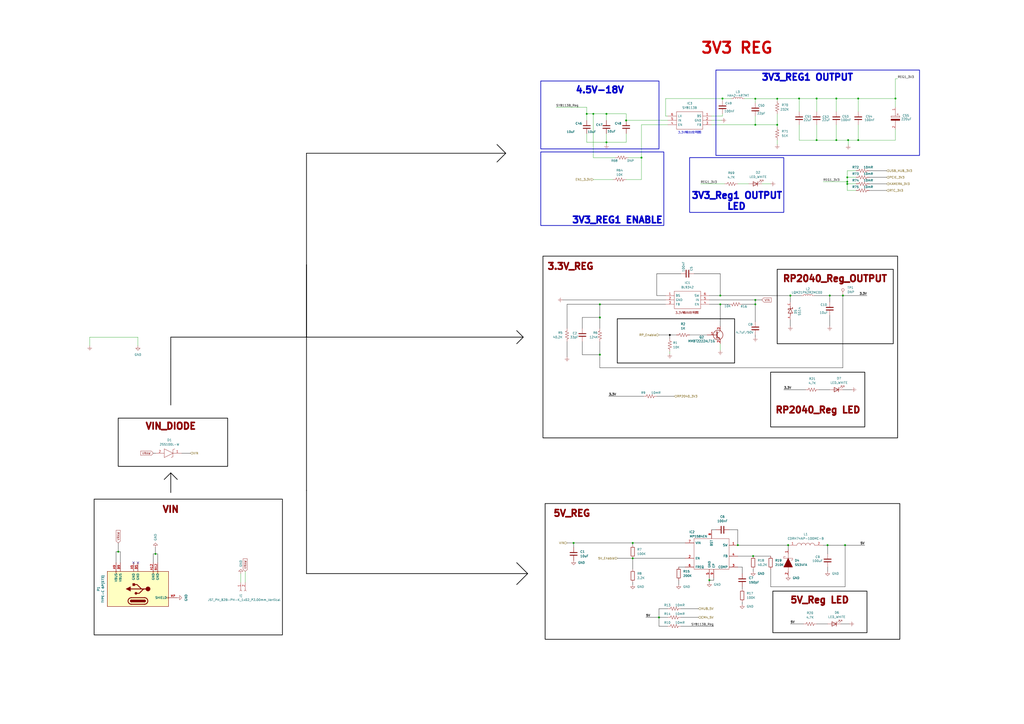
<source format=kicad_sch>
(kicad_sch (version 20250114) (generator "eeschema") (generator_version "9.0")
  (paper "A2")
  (rectangle (start 358.0712 184.912) (end 426.1432 210.566) (stroke (width 0.381) (color 0 0 0 1)))
  (rectangle (start 68.58 242.57) (end 132.08 270.51) (stroke (width 0.381) (color 0 0 0 1)))
  (rectangle (start 447.04 215.9) (end 501.65 247.65) (stroke (width 0.381) (color 0 0 0 1)))
  (rectangle (start 415.29 40.64) (end 533.4 90.17) (stroke (width 0.381)))
  (rectangle (start 313.69 88.138) (end 385.064 130.81) (stroke (width 0.381)))
  (rectangle (start 314.96 148.59) (end 520.7 254) (stroke (width 0.381) (color 0 0 0 1)))
  (rectangle (start 448.31 342.9) (end 502.92 367.03) (stroke (width 0.381) (color 0 0 0 1)))
  (rectangle (start 400.05 91.44) (end 454.66 123.19) (stroke (width 0.381)))
  (rectangle (start 450.85 156.21) (end 518.16 199.39) (stroke (width 0.381) (color 0 0 0 1)))
  (rectangle (start 316.23 292.1) (end 521.97 370.84) (stroke (width 0.381) (color 0 0 0 1)))
  (rectangle (start 54.61 289.56) (end 163.83 368.3) (stroke (width 0.381) (color 0 0 0 1)))
  (rectangle (start 313.69 46.99) (end 382.27 86.36) (stroke (width 0.381)))
  (text "5V_REG" (at 331.724 297.942 0) (effects (font (size 3.81 3.81) (thickness 1.016) (bold yes))))
  (text "RP2040_Reg_OUTPUT\n" (at 484.378 161.798 0) (effects (font (size 3.81 3.81) (thickness 1.016) (bold yes))))
  (text "RP2040_Reg LED\n" (at 474.472 237.998 0) (effects (font (size 3.81 3.81) (thickness 1.016) (bold yes))))
  (text "5V_Reg LED\n" (at 475.488 348.234 0) (effects (font (size 3.81 3.81) (thickness 1.016) (bold yes))))
  (text "3V3_Reg1 OUTPUT" (at 427.482 113.538 0) (effects (font (size 3.81 3.81) (thickness 1.016) (bold yes))))
  (text "3V3_REG1 ENABLE" (at 358.14 127.762 0) (effects (font (size 3.81 3.81) (thickness 1.016) (bold yes))))
  (text "VIN_DIODE\n" (at 99.06 247.396 0) (effects (font (size 3.81 3.81) (thickness 1.016) (bold yes))))
  (text "4.5V-18V\n" (at 347.98 52.324 0) (effects (font (size 3.81 3.81) (thickness 1.016) (bold yes))))
  (text "LED" (at 427.228 119.888 0) (effects (font (size 3.81 3.81) (thickness 1.016) (bold yes))))
  (text "VIN" (at 99.06 295.656 0) (effects (font (size 3.81 3.81) (thickness 1.016) (bold yes))))
  (text "3.3V_REG\n" (at 330.962 154.686 0) (effects (font (size 3.81 3.81) (thickness 1.016) (bold yes))))
  (text "3.3V输出应用图" (at 398.526 181.61 0) (effects (font (size 1.27 1.27))))
  (text "3V3_REG1 OUTPUT\n" (at 468.376 44.958 0) (effects (font (size 3.81 3.81) (thickness 1.016) (bold yes))))
  (text "3.3V输出应用图" (at 400.05 76.962 0) (effects (font (size 1.27 1.27))))
  (text "3V3 REG" (at 427.482 27.94 0) (effects (font (size 6.35 6.35) (bold yes))))
  (junction (at 351.79 66.04))
  (junction (at 491.49 105.41))
  (junction (at 427.99 316.23))
  (junction (at 363.22 69.85))
  (junction (at 457.2 316.23))
  (junction (at 491.49 102.87))
  (junction (at 340.36 66.04))
  (junction (at 450.85 72.39))
  (junction (at 417.83 176.53))
  (junction (at 347.98 176.53))
  (junction (at 491.49 106.68))
  (junction (at 450.85 57.2713))
  (junction (at 438.15 57.2713))
  (junction (at 351.79 82.55))
  (junction (at 485.14 81.28))
  (junction (at 491.998 81.28))
  (junction (at 488.95 171.45))
  (junction (at 419.1 57.15))
  (junction (at 438.15 173.99))
  (junction (at 367.03 323.85))
  (junction (at 367.03 314.96))
  (junction (at 417.83 171.45))
  (junction (at 388.5512 194.31) (color 0 0 0 1))
  (junction (at 438.15 176.53))
  (junction (at 90.17 321.31))
  (junction (at 372.11 91.44))
  (junction (at 481.33 171.45))
  (junction (at 344.17 66.04))
  (junction (at 485.14 57.15))
  (junction (at 473.71 81.28))
  (junction (at 411.48 336.55))
  (junction (at 497.84 81.28))
  (junction (at 438.15 72.39))
  (junction (at 490.22 316.23))
  (junction (at 473.71 57.15))
  (junction (at 458.47 171.45))
  (junction (at 463.55 57.15))
  (junction (at 347.98 205.74))
  (junction (at 68.58 320.04))
  (junction (at 332.74 314.96))
  (junction (at 382.27 358.14))
  (junction (at 519.43 57.15))
  (junction (at 497.84 57.15))
  (junction (at 347.98 184.15))
  (junction (at 480.06 316.23))
  (junction (at 436.88 322.58))
  (no_connect (at 80.01 326.39))
  (no_connect (at 77.47 326.39))
  (wire (pts (xy 411.48 173.99) (xy 438.15 173.99)) (stroke (width 0.1778) (color 0 0 0 1)))
  (wire (pts (xy 139.7 332.74) (xy 139.7 337.82)))
  (wire (pts (xy 419.1 57.15) (xy 424.18 57.15)))
  (wire (pts (xy 382.27 358.14) (xy 382.27 363.22)) (stroke (width 0.1778) (color 0 0 0 1)))
  (wire (pts (xy 438.15 173.99) (xy 438.15 176.53)) (stroke (width 0.1778) (color 0 0 0 1)))
  (wire (pts (xy 52.07 195.58) (xy 80.01 195.58)))
  (wire (pts (xy 142.24 331.47) (xy 142.24 337.82)))
  (wire (pts (xy 363.22 104.14) (xy 372.11 104.14)))
  (wire (pts (xy 394.97 363.22) (xy 414.02 363.22)) (stroke (width 0.1778) (color 0 0 0 1)))
  (wire (pts (xy 427.99 106.68) (xy 434.34 106.68)))
  (wire (pts (xy 438.15 57.2713) (xy 438.15 59.69)))
  (wire (pts (xy 367.03 314.96) (xy 397.51 314.96)) (stroke (width 0.1778) (color 0 0 0 1)))
  (wire (pts (xy 80.01 195.58) (xy 80.01 200.66)))
  (wire (pts (xy 340.36 66.04) (xy 340.36 69.85)))
  (wire (pts (xy 417.83 199.39) (xy 417.83 203.2)))
  (wire (pts (xy 340.36 66.04) (xy 344.17 66.04)))
  (wire (pts (xy 347.98 176.53) (xy 386.08 176.53)) (stroke (width 0.1778) (color 0 0 0 1)))
  (wire (pts (xy 67.31 326.39) (xy 67.31 320.04)) (stroke (width 0.1778) (color 0 0 0 1)))
  (wire (pts (xy 90.17 321.31) (xy 91.44 321.31)) (stroke (width 0.1778) (color 0 0 0 1)))
  (wire (pts (xy 367.03 339.09) (xy 367.03 337.82)) (stroke (width 0.1778) (color 0 0 0 1)))
  (wire (pts (xy 419.1 57.15) (xy 419.1 58.42)))
  (wire (pts (xy 519.43 81.28) (xy 497.84 81.28)))
  (wire (pts (xy 504.19 99.06) (xy 514.35 99.06)) (stroke (width 0.1778) (color 0 0 0 1)))
  (wire (pts (xy 491.998 81.28) (xy 497.84 81.28)))
  (wire (pts (xy 68.58 320.04) (xy 69.85 320.04)) (stroke (width 0.1778) (color 0 0 0 1)))
  (wire (pts (xy 438.15 57.15) (xy 438.15 57.2713)))
  (wire (pts (xy 412.75 307.34) (xy 415.29 307.34)) (stroke (width 0.1778) (color 0 0 0 1)))
  (wire (pts (xy 67.31 320.04) (xy 68.58 320.04)) (stroke (width 0.1778) (color 0 0 0 1)))
  (wire (pts (xy 427.99 322.58) (xy 436.88 322.58)) (stroke (width 0.1778) (color 0 0 0 1)))
  (wire (pts (xy 519.43 62.23) (xy 519.43 57.15)))
  (wire (pts (xy 480.06 316.23) (xy 490.22 316.23)) (stroke (width 0.1778) (color 0 0 0 1)))
  (wire (pts (xy 450.85 57.2713) (xy 438.15 57.2713)))
  (wire (pts (xy 430.53 176.53) (xy 438.15 176.53)) (stroke (width 0.1778) (color 0 0 0 1)))
  (wire (pts (xy 363.22 66.04) (xy 363.22 69.85)))
  (wire (pts (xy 374.65 358.14) (xy 382.27 358.14)) (stroke (width 0.1778) (color 0 0 0 1)))
  (polyline (pts (xy 99.06 274.32) (xy 102.87 278.13)) (stroke (width 0.381) (color 0 0 0 1)))
  (wire (pts (xy 356.87 91.44) (xy 344.17 91.44)))
  (polyline (pts (xy 177.8 195.58) (xy 303.53 195.58)) (stroke (width 0.381) (color 0 0 0 1)))
  (wire (pts (xy 406.4 106.68) (xy 420.37 106.68)))
  (wire (pts (xy 463.55 81.28) (xy 473.71 81.28)))
  (wire (pts (xy 344.17 66.04) (xy 344.17 91.44)))
  (wire (pts (xy 417.83 158.75) (xy 417.83 171.45)) (stroke (width 0.1778) (color 0 0 0 1)))
  (wire (pts (xy 463.55 72.39) (xy 463.55 81.28)))
  (wire (pts (xy 358.14 323.85) (xy 367.03 323.85)) (stroke (width 0.1778) (color 0 0 0 1)))
  (wire (pts (xy 381 229.87) (xy 391.16 229.87)) (stroke (width 0.1778) (color 0 0 0 1)))
  (wire (pts (xy 340.36 82.55) (xy 351.79 82.55)))
  (wire (pts (xy 491.49 106.68) (xy 491.49 110.49)))
  (polyline (pts (xy 299.72 191.77) (xy 303.53 195.58)) (stroke (width 0.381) (color 0 0 0 1)))
  (wire (pts (xy 110.49 262.89) (xy 105.41 262.89)) (stroke (width 0.1778) (color 0 0 0 1)))
  (wire (pts (xy 474.98 226.06) (xy 481.33 226.06)) (stroke (width 0.1778) (color 0 0 0 1)))
  (wire (pts (xy 347.98 205.74) (xy 347.98 213.36)) (stroke (width 0.1778) (color 0 0 0 1)))
  (wire (pts (xy 488.95 171.45) (xy 502.92 171.45)) (stroke (width 0.1778) (color 0 0 0 1)))
  (wire (pts (xy 344.17 66.04) (xy 351.79 66.04)))
  (polyline (pts (xy 177.8 284.48) (xy 177.8 332.74)) (stroke (width 0.381) (color 0 0 0 1)))
  (wire (pts (xy 382.27 353.06) (xy 387.35 353.06)) (stroke (width 0.1778) (color 0 0 0 1)))
  (wire (pts (xy 438.15 173.99) (xy 441.96 173.99)) (stroke (width 0.1778) (color 0 0 0 1)))
  (wire (pts (xy 438.15 72.39) (xy 412.75 72.39)))
  (wire (pts (xy 328.93 176.53) (xy 347.98 176.53)) (stroke (width 0.1778) (color 0 0 0 1)))
  (wire (pts (xy 438.15 194.31) (xy 438.15 195.58)) (stroke (width 0.1778) (color 0 0 0 1)))
  (wire (pts (xy 393.7 339.09) (xy 393.7 336.55)) (stroke (width 0.1778) (color 0 0 0 1)))
  (wire (pts (xy 347.98 184.15) (xy 347.98 190.5)) (stroke (width 0.1778) (color 0 0 0 1)))
  (wire (pts (xy 347.98 213.36) (xy 488.95 213.36)) (stroke (width 0.1778) (color 0 0 0 1)))
  (wire (pts (xy 351.79 66.04) (xy 351.79 69.85)))
  (wire (pts (xy 454.66 226.06) (xy 467.36 226.06)) (stroke (width 0.1778) (color 0 0 0 1)))
  (wire (pts (xy 480.06 321.31) (xy 480.06 316.23)) (stroke (width 0.1778) (color 0 0 0 1)))
  (wire (pts (xy 382.27 353.06) (xy 382.27 358.14)) (stroke (width 0.1778) (color 0 0 0 1)))
  (wire (pts (xy 411.48 171.45) (xy 417.83 171.45)) (stroke (width 0.1778) (color 0 0 0 1)))
  (wire (pts (xy 88.9 321.31) (xy 90.17 321.31)) (stroke (width 0.1778) (color 0 0 0 1)))
  (wire (pts (xy 419.1 67.31) (xy 412.75 67.31)))
  (wire (pts (xy 363.22 69.85) (xy 387.35 69.85)))
  (wire (pts (xy 411.48 336.55) (xy 411.48 335.28)) (stroke (width 0.1778) (color 0 0 0 1)))
  (wire (pts (xy 447.04 340.36) (xy 490.22 340.36)) (stroke (width 0.1778) (color 0 0 0 1)))
  (wire (pts (xy 472.44 171.45) (xy 481.33 171.45)) (stroke (width 0.1778) (color 0 0 0 1)))
  (wire (pts (xy 386.08 67.31) (xy 386.08 57.15)))
  (wire (pts (xy 473.71 57.15) (xy 473.71 64.77)))
  (wire (pts (xy 450.85 72.39) (xy 438.15 72.39)))
  (wire (pts (xy 405.13 358.14) (xy 394.97 358.14)) (stroke (width 0.1778) (color 0 0 0 1)))
  (polyline (pts (xy 299.72 326.39) (xy 306.07 332.74)) (stroke (width 0.381) (color 0 0 0 1)))
  (wire (pts (xy 417.83 176.53) (xy 417.83 189.23)) (stroke (width 0.1778) (color 0 0 0 1)))
  (wire (pts (xy 364.49 91.44) (xy 372.11 91.44)))
  (polyline (pts (xy 99.06 195.58) (xy 177.8 195.58)) (stroke (width 0.381) (color 0 0 0 1)))
  (wire (pts (xy 485.14 57.15) (xy 473.71 57.15)))
  (wire (pts (xy 485.14 81.28) (xy 491.998 81.28)))
  (wire (pts (xy 477.52 105.41) (xy 491.49 105.41)))
  (wire (pts (xy 430.53 328.93) (xy 430.53 332.74)) (stroke (width 0.1778) (color 0 0 0 1)))
  (wire (pts (xy 485.14 72.39) (xy 485.14 81.28)))
  (wire (pts (xy 417.83 176.53) (xy 422.91 176.53)) (stroke (width 0.1778) (color 0 0 0 1)))
  (polyline (pts (xy 99.06 274.32) (xy 99.06 285.75)) (stroke (width 0.381) (color 0 0 0 1)))
  (wire (pts (xy 488.95 226.06) (xy 494.03 226.06)) (stroke (width 0.1778) (color 0 0 0 1)))
  (wire (pts (xy 412.75 69.85) (xy 418.5616 69.85)))
  (wire (pts (xy 388.5512 203.962) (xy 388.5512 205.232)))
  (wire (pts (xy 367.03 323.85) (xy 397.51 323.85)) (stroke (width 0.1778) (color 0 0 0 1)))
  (wire (pts (xy 457.2 318.77) (xy 457.2 316.23)) (stroke (width 0.1778) (color 0 0 0 1)))
  (wire (pts (xy 88.9 262.89) (xy 90.17 262.89)) (stroke (width 0.1778) (color 0 0 0 1)))
  (wire (pts (xy 497.84 57.15) (xy 497.84 64.77)))
  (wire (pts (xy 402.59 158.75) (xy 417.83 158.75)) (stroke (width 0.1778) (color 0 0 0 1)))
  (wire (pts (xy 367.03 316.23) (xy 367.03 314.96)) (stroke (width 0.1778) (color 0 0 0 1)))
  (wire (pts (xy 450.85 58.42) (xy 450.85 57.2713)))
  (wire (pts (xy 427.99 307.34) (xy 427.99 316.23)) (stroke (width 0.1778) (color 0 0 0 1)))
  (wire (pts (xy 367.03 323.85) (xy 367.03 330.2)) (stroke (width 0.1778) (color 0 0 0 1)))
  (wire (pts (xy 347.98 176.53) (xy 347.98 184.15)) (stroke (width 0.1778) (color 0 0 0 1)))
  (wire (pts (xy 322.58 62.23) (xy 340.36 62.23)))
  (wire (pts (xy 382.27 363.22) (xy 387.35 363.22)) (stroke (width 0.1778) (color 0 0 0 1)))
  (wire (pts (xy 473.71 57.15) (xy 463.55 57.15)))
  (wire (pts (xy 337.82 184.15) (xy 337.82 190.5)) (stroke (width 0.1778) (color 0 0 0 1)))
  (wire (pts (xy 501.65 316.23) (xy 490.22 316.23)) (stroke (width 0.1778) (color 0 0 0 1)))
  (wire (pts (xy 363.22 77.47) (xy 363.22 82.55)))
  (wire (pts (xy 372.11 72.39) (xy 372.11 91.44)))
  (wire (pts (xy 427.99 328.93) (xy 430.53 328.93)) (stroke (width 0.1778) (color 0 0 0 1)))
  (wire (pts (xy 332.74 314.96) (xy 367.03 314.96)) (stroke (width 0.1778) (color 0 0 0 1)))
  (wire (pts (xy 473.71 361.95) (xy 480.06 361.95)) (stroke (width 0.1778) (color 0 0 0 1)))
  (wire (pts (xy 351.79 82.55) (xy 363.22 82.55)))
  (wire (pts (xy 430.53 350.52) (xy 430.53 349.25)) (stroke (width 0.1778) (color 0 0 0 1)))
  (wire (pts (xy 450.85 66.04) (xy 450.85 72.39)))
  (wire (pts (xy 340.36 77.47) (xy 340.36 82.55)))
  (wire (pts (xy 504.19 102.87) (xy 514.35 102.87)) (stroke (width 0.1778) (color 0 0 0 1)))
  (wire (pts (xy 438.15 176.53) (xy 438.15 186.69)) (stroke (width 0.1778) (color 0 0 0 1)))
  (wire (pts (xy 381 158.75) (xy 381 171.45)) (stroke (width 0.1778) (color 0 0 0 1)))
  (wire (pts (xy 351.79 66.04) (xy 363.22 66.04)))
  (wire (pts (xy 326.39 173.99) (xy 386.08 173.99)) (stroke (width 0.1778) (color 0 0 0 1)))
  (wire (pts (xy 491.49 99.06) (xy 496.57 99.06)))
  (wire (pts (xy 414.02 335.28) (xy 414.02 336.55)) (stroke (width 0.1778) (color 0 0 0 1)))
  (wire (pts (xy 414.02 336.55) (xy 411.48 336.55)) (stroke (width 0.1778) (color 0 0 0 1)))
  (wire (pts (xy 519.43 57.15) (xy 497.84 57.15)))
  (wire (pts (xy 463.55 57.15) (xy 450.85 57.15)))
  (wire (pts (xy 427.99 316.23) (xy 457.2 316.23)) (stroke (width 0.1778) (color 0 0 0 1)))
  (wire (pts (xy 458.47 175.26) (xy 458.47 171.45)) (stroke (width 0.1778) (color 0 0 0 1)))
  (wire (pts (xy 514.35 106.68) (xy 504.19 106.68)) (stroke (width 0.1778) (color 0 0 0 1)))
  (wire (pts (xy 344.17 104.14) (xy 355.6 104.14)))
  (wire (pts (xy 69.85 326.39) (xy 69.85 320.04)) (stroke (width 0.1778) (color 0 0 0 1)))
  (wire (pts (xy 485.14 57.15) (xy 485.14 64.77)))
  (wire (pts (xy 91.44 326.39) (xy 91.44 321.31)) (stroke (width 0.1778) (color 0 0 0 1)))
  (wire (pts (xy 382.27 194.31) (xy 388.5512 194.31)) (stroke (width 0) (color 0 0 0 1)))
  (wire (pts (xy 477.52 316.23) (xy 480.06 316.23)) (stroke (width 0.1778) (color 0 0 0 1)))
  (wire (pts (xy 417.83 171.45) (xy 458.47 171.45)) (stroke (width 0.1778) (color 0 0 0 1)))
  (wire (pts (xy 381 171.45) (xy 386.08 171.45)) (stroke (width 0.1778) (color 0 0 0 1)))
  (polyline (pts (xy 177.8 88.9) (xy 293.37 88.9)) (stroke (width 0.381) (color 0 0 0 1)))
  (wire (pts (xy 340.36 62.23) (xy 340.36 66.04)))
  (wire (pts (xy 458.47 361.95) (xy 466.09 361.95)) (stroke (width 0.1778) (color 0 0 0 1)))
  (wire (pts (xy 347.98 198.12) (xy 347.98 205.74)) (stroke (width 0.1778) (color 0 0 0 1)))
  (wire (pts (xy 372.11 91.44) (xy 372.11 104.14)))
  (wire (pts (xy 514.35 110.49) (xy 504.19 110.49)) (stroke (width 0.1778) (color 0 0 0 1)))
  (polyline (pts (xy 299.72 339.09) (xy 306.07 332.74)) (stroke (width 0.381) (color 0 0 0 1)))
  (wire (pts (xy 332.74 317.5) (xy 332.74 314.96)) (stroke (width 0.1778) (color 0 0 0 1)))
  (wire (pts (xy 419.1 66.04) (xy 419.1 67.31)))
  (wire (pts (xy 438.15 67.31) (xy 438.15 72.39)))
  (wire (pts (xy 88.9 326.39) (xy 88.9 321.31)) (stroke (width 0.1778) (color 0 0 0 1)))
  (wire (pts (xy 497.84 57.15) (xy 485.14 57.15)))
  (wire (pts (xy 441.96 106.68) (xy 447.04 106.68)))
  (wire (pts (xy 520.7 45.72) (xy 519.43 45.72)))
  (wire (pts (xy 410.21 194.31) (xy 400.05 194.31)) (stroke (width 0) (color 0 0 0 1)))
  (wire (pts (xy 488.95 171.45) (xy 488.95 213.36)) (stroke (width 0.1778) (color 0 0 0 1)))
  (polyline (pts (xy 299.72 199.39) (xy 303.53 195.58)) (stroke (width 0.381) (color 0 0 0 1)))
  (wire (pts (xy 481.33 189.23) (xy 481.33 182.88)) (stroke (width 0.1778) (color 0 0 0 1)))
  (wire (pts (xy 487.68 361.95) (xy 492.76 361.95)) (stroke (width 0.1778) (color 0 0 0 1)))
  (polyline (pts (xy 99.06 195.58) (xy 99.06 208.28)) (stroke (width 0.381) (color 0 0 0 1)))
  (wire (pts (xy 411.48 337.82) (xy 411.48 336.55)) (stroke (width 0.1778) (color 0 0 0 1)))
  (wire (pts (xy 387.35 72.39) (xy 372.11 72.39)))
  (wire (pts (xy 447.04 330.2) (xy 447.04 340.36)) (stroke (width 0.1778) (color 0 0 0 1)))
  (wire (pts (xy 519.43 74.93) (xy 519.43 81.28)))
  (wire (pts (xy 491.49 110.49) (xy 496.57 110.49)))
  (wire (pts (xy 387.35 358.14) (xy 382.27 358.14)) (stroke (width 0.1778) (color 0 0 0 1)))
  (polyline (pts (xy 177.8 195.58) (xy 177.8 284.48)) (stroke (width 0.381) (color 0 0 0 1)))
  (wire (pts (xy 337.82 184.15) (xy 347.98 184.15)) (stroke (width 0.1778) (color 0 0 0 1)))
  (wire (pts (xy 450.85 81.28) (xy 450.85 83.82)))
  (wire (pts (xy 52.07 195.58) (xy 52.07 200.66)))
  (wire (pts (xy 458.47 171.45) (xy 464.82 171.45)) (stroke (width 0.1778) (color 0 0 0 1)))
  (polyline (pts (xy 177.8 88.9) (xy 177.8 153.67)) (stroke (width 0.381) (color 0 0 0 1)))
  (polyline (pts (xy 95.25 278.13) (xy 99.06 274.32)) (stroke (width 0.381) (color 0 0 0 1)))
  (wire (pts (xy 394.97 353.06) (xy 405.13 353.06)) (stroke (width 0.1778) (color 0 0 0 1)))
  (wire (pts (xy 480.06 331.47) (xy 480.06 328.93)) (stroke (width 0.1778) (color 0 0 0 1)))
  (wire (pts (xy 519.43 45.72) (xy 519.43 57.15)))
  (wire (pts (xy 90.17 317.5) (xy 90.17 321.31)) (stroke (width 0.1778) (color 0 0 0 1)))
  (wire (pts (xy 431.8 57.15) (xy 438.15 57.15)))
  (polyline (pts (xy 288.29 93.98) (xy 293.37 88.9)) (stroke (width 0.381) (color 0 0 0 1)))
  (wire (pts (xy 387.35 67.31) (xy 386.08 67.31)))
  (wire (pts (xy 388.5512 194.31) (xy 392.43 194.31)) (stroke (width 0) (color 0 0 0 1)))
  (wire (pts (xy 491.998 81.28) (xy 491.998 84.074)))
  (wire (pts (xy 450.85 57.15) (xy 450.85 57.2713)))
  (wire (pts (xy 388.5512 194.31) (xy 388.5512 196.342)) (stroke (width 0) (color 0 0 0 1)))
  (wire (pts (xy 68.58 320.04) (xy 68.58 314.96)) (stroke (width 0.1778) (color 0 0 0 1)))
  (wire (pts (xy 351.79 77.47) (xy 351.79 82.55)))
  (wire (pts (xy 328.93 176.53) (xy 328.93 190.5)) (stroke (width 0.1778) (color 0 0 0 1)))
  (wire (pts (xy 491.49 106.68) (xy 496.57 106.68)))
  (wire (pts (xy 463.55 57.15) (xy 463.55 64.77)))
  (polyline (pts (xy 177.8 332.74) (xy 306.07 332.74)) (stroke (width 0.381) (color 0 0 0 1)))
  (wire (pts (xy 473.71 81.28) (xy 485.14 81.28)))
  (wire (pts (xy 351.79 83.82) (xy 351.79 82.55)))
  (wire (pts (xy 458.47 185.42) (xy 458.47 189.23)) (stroke (width 0.1778) (color 0 0 0 1)))
  (wire (pts (xy 337.82 205.74) (xy 347.98 205.74)) (stroke (width 0.1778) (color 0 0 0 1)))
  (wire (pts (xy 481.33 171.45) (xy 488.95 171.45)) (stroke (width 0.1778) (color 0 0 0 1)))
  (wire (pts (xy 481.33 171.45) (xy 481.33 175.26)) (stroke (width 0.1778) (color 0 0 0 1)))
  (wire (pts (xy 490.22 340.36) (xy 490.22 316.23)) (stroke (width 0.1778) (color 0 0 0 1)))
  (wire (pts (xy 422.91 307.34) (xy 427.99 307.34)) (stroke (width 0.1778) (color 0 0 0 1)))
  (wire (pts (xy 473.71 72.39) (xy 473.71 81.28)))
  (wire (pts (xy 393.7 328.93) (xy 397.51 328.93)) (stroke (width 0.1778) (color 0 0 0 1)))
  (wire (pts (xy 491.49 105.41) (xy 491.49 106.68)))
  (wire (pts (xy 436.88 331.47) (xy 436.88 330.2)) (stroke (width 0.1778) (color 0 0 0 1)))
  (polyline (pts (xy 99.06 208.28) (xy 99.06 234.95)) (stroke (width 0.381) (color 0 0 0 1)))
  (wire (pts (xy 450.85 73.66) (xy 450.85 72.39)))
  (wire (pts (xy 353.06 229.87) (xy 373.38 229.87)) (stroke (width 0.1778) (color 0 0 0 1)))
  (polyline (pts (xy 177.8 195.58) (xy 177.8 153.67)) (stroke (width 0.381) (color 0 0 0 1)))
  (wire (pts (xy 491.49 102.87) (xy 491.49 105.41)))
  (wire (pts (xy 328.93 314.96) (xy 332.74 314.96)) (stroke (width 0.1778) (color 0 0 0 1)))
  (polyline (pts (xy 288.29 83.82) (xy 293.37 88.9)) (stroke (width 0.381) (color 0 0 0 1)))
  (wire (pts (xy 491.49 99.06) (xy 491.49 102.87)))
  (polyline (pts (xy 177.8 153.67) (xy 177.8 195.58)) (stroke (width 0.381) (color 0 0 0 1)))
  (wire (pts (xy 491.49 102.87) (xy 496.57 102.87)))
  (wire (pts (xy 436.88 322.58) (xy 447.04 322.58)) (stroke (width 0.1778) (color 0 0 0 1)))
  (wire (pts (xy 328.93 198.12) (xy 328.93 207.01)) (stroke (width 0.1778) (color 0 0 0 1)))
  (wire (pts (xy 381 158.75) (xy 394.97 158.75)) (stroke (width 0.1778) (color 0 0 0 1)))
  (wire (pts (xy 497.84 72.39) (xy 497.84 81.28)))
  (wire (pts (xy 337.82 198.12) (xy 337.82 205.74)) (stroke (width 0.1778) (color 0 0 0 1)))
  (wire (pts (xy 411.48 176.53) (xy 417.83 176.53)) (stroke (width 0.1778) (color 0 0 0 1)))
  (wire (pts (xy 430.53 341.63) (xy 430.53 340.36)) (stroke (width 0.1778) (color 0 0 0 1)))
  (wire (pts (xy 386.08 57.15) (xy 419.1 57.15)))
  (label "REG1_3V3" (at 477.52 105.41 0))
  (label "3.3V" (at 502.92 171.45 180) (effects (font (bold yes))))
  (label "3.3V" (at 454.66 226.06 0) (effects (font (bold yes))))
  (label "5V" (at 374.65 358.14 0) (effects (font (bold yes))))
  (label "5V" (at 458.47 361.95 0) (effects (font (bold yes))))
  (label "5V" (at 501.65 316.23 180) (effects (font (bold yes))))
  (label "REG1_3V3" (at 406.4 106.68 0))
  (label "SY8113B_Reg" (at 414.02 363.22 180))
  (label "SY8113B_Reg" (at 322.58 62.23 0))
  (label "3.3V" (at 353.06 229.87 0) (effects (font (bold yes))))
  (label "REG1_3V3" (at 520.7 45.72 0))
  (global_label "VIN" (shape input) (at 441.96 173.99 0) (property "Intersheetrefs" "${INTERSHEET_REFS}" (effects (hide yes))))
  (global_label "VRAW" (shape input) (at 68.58 314.96 90) (property "Intersheetrefs" "${INTERSHEET_REFS}" (effects (hide yes))))
  (global_label "VRAW" (shape input) (at 88.9 262.89 180) (property "Intersheetrefs" "${INTERSHEET_REFS}" (effects (hide yes))))
  (global_label "VRAW" (shape input) (at 142.24 331.47 90) (property "Intersheetrefs" "${INTERSHEET_REFS}" (effects (hide yes))))
  (hierarchical_label "CM4_5V" (shape input) (at 405.13 358.14 0))
  (hierarchical_label "USB_HUB_3V3" (shape input) (at 514.35 99.06 0))
  (hierarchical_label "PCIE_3V3" (shape input) (at 514.35 102.87 0))
  (hierarchical_label "RTC_3V3" (shape input) (at 514.35 110.49 0))
  (hierarchical_label "VIN" (shape input) (at 110.49 262.89 0))
  (hierarchical_label "KAMERA_3V3" (shape input) (at 514.35 106.68 0))
  (hierarchical_label "EN1_3.3V" (shape input) (at 344.17 104.14 180))
  (hierarchical_label "RP2040_3V3" (shape input) (at 391.16 229.87 0))
  (hierarchical_label "5V_Enable" (shape input) (at 358.14 323.85 180))
  (hierarchical_label "RP_Enable" (shape input) (at 382.27 194.31 180))
  (hierarchical_label "VIN" (shape input) (at 328.93 314.96 180))
  (hierarchical_label "HUB_5V" (shape input) (at 405.13 353.06 0))
  (symbol (lib_name "SY8113B_2") (lib_id "SY8113B:SY8113B") (at 386.08 171.45 0) (unit 1)
    (property "Reference" "IC1" (at 398.78 164.084 0))
    (property "Value" "BL9342" (at 398.78 166.624 0))
    (property "Footprint" "Package_TO_SOT_SMD:SOT-23-6" (effects (hide yes)))
    (property "MPN" "BL9342" (effects (hide yes)))
  )
  (symbol (lib_id "power:Earth") (at 492.76 361.95 90) (unit 1)
    (property "Reference" "#PWR022" (effects (hide yes)))
    (property "Value" "Earth" (effects (hide yes)))
    (property "Description" "Power symbol creates a global label with name \"Earth\"" (effects (hide yes)))
  )
  (symbol (lib_id "Connector:USB_C_Plug_USB2.0") (at 80.01 341.63 90) (unit 1)
    (property "Reference" "P1" (at 57.15 341.63 0))
    (property "Value" "TYPE-C 6P(073)" (at 59.69 341.63 0))
    (property "Footprint" "Footprint Library:TYPE-C 6P(073)" (effects (hide yes)))
    (property "Datasheet" "https://www.usb.org/sites/default/files/documents/usb_type-c.zip" (effects (hide yes)))
    (property "Description" "USB 2.0-only Type-C Plug connector" (effects (hide yes)))
  )
  (symbol (lib_id "Device:L") (at 468.63 171.45 270) (mirror x) (unit 1)
    (property "Reference" "L2" (at 468.63 167.64 90))
    (property "Value" "LQM21PN2R2MC0D" (at 468.122 169.672 90))
    (property "Footprint" "Inductor_SMD:L_0805_2012Metric" (effects (hide yes)))
    (property "MPN" "LQM21PN2R2MC0D" (effects (hide yes)))
  )
  (symbol (lib_id "power:Earth") (at 491.998 84.074 0) (unit 1)
    (property "Reference" "#PWR088" (effects (hide yes)))
    (property "Value" "Earth" (effects (hide yes)))
    (property "Description" "Power symbol creates a global label with name \"Earth\"" (effects (hide yes)))
  )
  (symbol (lib_id "Device:LED") (at 483.87 361.95 180) (unit 1)
    (property "Reference" "D6" (at 485.4575 355.346 0))
    (property "Value" "LED_WHITE" (at 485.4575 357.886 0))
    (property "Footprint" "LED_SMD:LED_0603_1608Metric" (effects (hide yes)))
    (property "Description" "Light emitting diode" (effects (hide yes)))
    (property "MPN" "0603 翠绿色 LED" (effects (hide yes)))
  )
  (symbol (lib_id "power:GND") (at 139.7 332.74 180) (unit 1)
    (property "Reference" "#PWR063" (effects (hide yes)))
    (property "Value" "GND" (at 139.6999 328.93 90) (effects (justify right)))
  )
  (symbol (lib_id "Device:C") (at 419.1 62.23 180) (unit 1)
    (property "Reference" "C49" (at 420.624 59.944 0) (effects (justify right)))
    (property "Value" "100nF" (at 420.116 64.516 0) (effects (justify right)))
    (property "Footprint" "Capacitor_SMD:C_0603_1608Metric" (effects (hide yes)))
  )
  (symbol (lib_id "Device:R_US") (at 450.85 62.23 0) (unit 1)
    (property "Reference" "R70" (at 453.39 60.9599 0) (effects (justify left)))
    (property "Value" "232K" (at 452.628 63.5 0) (effects (justify left)))
    (property "Footprint" "Resistor_SMD:R_0603_1608Metric" (effects (hide yes)))
    (property "Description" "Resistor, US symbol" (effects (hide yes)))
    (property "MPN" "FRC0603F2323TS" (effects (hide yes)))
  )
  (symbol (lib_id "Device:R_US") (at 424.18 106.68 90) (unit 1)
    (property "Reference" "R69" (at 424.18 100.33 90))
    (property "Value" "4.7K" (at 424.18 102.87 90))
    (property "Footprint" "Resistor_SMD:R_0603_1608Metric" (effects (hide yes)))
    (property "Description" "Resistor, US symbol" (effects (hide yes)))
  )
  (symbol (lib_id "Device:R_US") (at 426.72 176.53 270) (mirror x) (unit 1)
    (property "Reference" "R16" (at 429.514 177.8 90) (effects (justify left)))
    (property "Value" "10K" (at 420.116 177.546 90) (effects (justify left)))
    (property "Footprint" "Resistor_SMD:R_0603_1608Metric" (effects (hide yes)))
    (property "Description" "Resistor, US symbol" (effects (hide yes)))
  )
  (symbol (lib_id "power:GND") (at 90.17 317.5 180) (unit 1)
    (property "Reference" "#PWR02" (effects (hide yes)))
    (property "Value" "GND" (at 90.1699 313.69 90) (effects (justify right)))
  )
  (symbol (lib_id "Device:R_US") (at 359.41 104.14 90) (unit 1)
    (property "Reference" "R64" (at 359.41 98.806 90))
    (property "Value" "10K" (at 359.41 101.346 90))
    (property "Footprint" "Resistor_SMD:R_0603_1608Metric" (effects (hide yes)))
    (property "Description" "Resistor, US symbol" (effects (hide yes)))
  )
  (symbol (lib_name "MP1584EN_1") (lib_id "MP1584:MP1584EN") (at 397.51 314.96 0) (unit 1)
    (property "Reference" "IC2" (at 401.32 308.61 0))
    (property "Value" "MP1584EN" (at 405.13 311.15 0))
    (property "Footprint" "Footprint Library:MP1584N" (effects (hide yes)))
    (property "Description" "Switching Voltage Regulators 3A 1.5MHz 28V Nonsync Buck" (effects (hide yes)))
    (property "MPN" "MP1584EN" (effects (hide yes)))
  )
  (symbol (lib_id "power:GND") (at 332.74 325.12 0) (unit 1)
    (property "Reference" "#PWR08" (effects (hide yes)))
    (property "Value" "GND" (at 335.28 326.3899 0) (effects (justify left)))
  )
  (symbol (lib_id "power:Earth") (at 388.5512 205.232 0) (unit 1)
    (property "Reference" "#PWR04" (effects (hide yes)))
    (property "Value" "Earth" (effects (hide yes)))
    (property "Description" "Power symbol creates a global label with name \"Earth\"" (effects (hide yes)))
  )
  (symbol (lib_id "CDRH74NP-100MC-B:CDRH74NP-100MC-B") (at 457.2 316.23 0) (unit 1)
    (property "Reference" "L1" (at 467.36 309.88 0))
    (property "Value" "CDRH74NP-100MC-B" (at 467.36 312.42 0))
    (property "Footprint" "Footprint Library:CDRH74NP100MCB" (effects (hide yes)))
    (property "Datasheet" "http://products.sumida.com/products/pdf/CDRH74.pdf" (effects (hide yes)))
    (property "Description" "Fixed Inductors 10uH 1.84A" (effects (hide yes)))
    (property "MPN" "CDRH74NP-100MC-B " (effects (hide yes)))
  )
  (symbol (lib_id "power:Earth") (at 328.93 207.01 0) (mirror y) (unit 1)
    (property "Reference" "#PWR07" (effects (hide yes)))
    (property "Value" "Earth" (effects (hide yes)))
    (property "Description" "Power symbol creates a global label with name \"Earth\"" (effects (hide yes)))
  )
  (symbol (lib_id "UWT1H221MNL1GS:UWT1H221MNL1GS") (at 519.43 62.23 270) (unit 1)
    (property "Reference" "C55" (at 523.494 67.056 90) (effects (justify left)))
    (property "Value" "220uF" (at 522.732 69.088 90) (effects (justify left)))
    (property "Footprint" "Capacitor_SMD:CP_Elec_6.3x5.4" (effects (hide yes)))
    (property "Datasheet" "https://datasheet.lcsc.com/lcsc/2108241130_KNSCHA-RVT220UF16V67RV0015_C2887273.pdf" (effects (hide yes)))
    (property "Description" "Capacitor lytic SMD WT Series 50V 220uF" (effects (hide yes)))
    (property "Height" "7.7" (effects (hide yes)))
    (property "Manufacturer_Part_Number" "RVT1C221M0605" (effects (hide yes)))
    (property "MPN" "RVT1C221M0605" (effects (hide yes)))
  )
  (symbol (lib_id "power:Earth") (at 52.07 200.66 0) (mirror y) (unit 1)
    (property "Reference" "#PWR01" (effects (hide yes)))
    (property "Value" "Earth" (effects (hide yes)))
    (property "Description" "Power symbol creates a global label with name \"Earth\"" (effects (hide yes)))
  )
  (symbol (lib_id "Device:R_US") (at 377.19 229.87 90) (unit 1)
    (property "Reference" "R9" (at 373.126 227.838 90))
    (property "Value" "10mR" (at 380.492 227.838 90))
    (property "Footprint" "Resistor_SMD:R_1206_3216Metric" (effects (hide yes)))
    (property "Description" "Resistor, US symbol" (effects (hide yes)))
  )
  (symbol (lib_id "SS14:SS14") (at 458.47 180.34 270) (mirror x) (unit 1)
    (property "Reference" "D5" (at 461.518 180.848 0))
    (property "Value" "SS14" (at 463.804 180.594 0))
    (property "Footprint" "Footprint Library:SS14" (effects (hide yes)))
  )
  (symbol (lib_id "Device:C") (at 473.71 68.58 180) (unit 1)
    (property "Reference" "C52" (at 477.012 67.818 0) (effects (justify right)))
    (property "Value" "22uF" (at 476.758 69.596 0) (effects (justify right)))
    (property "Footprint" "Capacitor_SMD:C_0603_1608Metric" (effects (hide yes)))
    (property "MPN" "CL10A226MQ8NRNC" (effects (hide yes)))
  )
  (symbol (lib_id "Device:R") (at 393.7 332.74 0) (unit 1)
    (property "Reference" "R15" (at 396.24 331.47 0) (effects (justify left)))
    (property "Value" "200K" (at 396.24 334.01 0) (effects (justify left)))
    (property "Footprint" "Resistor_SMD:R_0603_1608Metric" (effects (hide yes)))
  )
  (symbol (lib_id "power:Earth") (at 481.33 189.23 0) (mirror y) (unit 1)
    (property "Reference" "#PWR021" (effects (hide yes)))
    (property "Value" "Earth" (effects (hide yes)))
    (property "Description" "Power symbol creates a global label with name \"Earth\"" (effects (hide yes)))
  )
  (symbol (lib_id "Connector:Conn_01x02_Socket") (at 139.7 342.9 90) (mirror x) (unit 1)
    (property "Reference" "J1" (at 139.6999 344.4325 0) (effects (justify left)))
    (property "Value" "JST_PH_B2B-PH-K_1x02_P2.00mm_Vertical" (at 162.814 347.98 90) (effects (justify left)))
    (property "Footprint" "Connector_JST:JST_PH_B2B-PH-K_1x02_P2.00mm_Vertical" (effects (hide yes)))
    (property "Description" "Generic connector, single row, 01x02, script generated" (effects (hide yes)))
    (property "MPN" "JST_PH_B2B-PH-K_1x02_P2.00mm_Vertical" (effects (hide yes)))
  )
  (symbol (lib_id "Transistor_BJT:2N3055") (at 415.29 194.31 0) (unit 1)
    (property "Reference" "Q2" (at 405.638 195.58 0) (effects (justify left)))
    (property "Value" "MMBT2222ALT1G" (at 399.034 197.866 0) (effects (justify left)))
    (property "Footprint" "Footprint Library:MMBT2222ALT1G" (effects (hide yes)))
    (property "Datasheet" "https://datasheet.lcsc.com/lcsc/2304140030_onsemi-MMBT2222ALT1G_C82460.pdf" (effects (hide yes)))
    (property "Description" "40V 225mW 100@150mA,10V 600mA NPN SOT-23(TO-236) Bipolar Transistors - BJT ROHS" (effects (hide yes)))
    (property "MPN" "MMBT2222A" (effects (hide yes)))
  )
  (symbol (lib_id "Device:C") (at 363.22 73.66 180) (unit 1)
    (property "Reference" "C48" (at 356.616 71.628 0) (effects (justify right)))
    (property "Value" "10uF" (at 352.298 76.2 0) (effects (justify right)))
    (property "Footprint" "Capacitor_SMD:C_0603_1608Metric" (effects (hide yes)))
  )
  (symbol (lib_id "Device:C") (at 351.79 73.66 180) (unit 1)
    (property "Reference" "C47" (at 345.694 72.39 0) (effects (justify right)))
    (property "Value" "10uF" (at 340.868 76.454 0) (effects (justify right)))
    (property "Footprint" "Capacitor_SMD:C_0603_1608Metric" (effects (hide yes)))
  )
  (symbol (lib_id "Device:R_US") (at 388.5512 200.152 0) (unit 1)
    (property "Reference" "R1" (at 390.3292 198.8819 0) (effects (justify left)))
    (property "Value" "10K" (at 390.3292 201.4219 0) (effects (justify left)))
    (property "Footprint" "Resistor_SMD:R_0603_1608Metric" (effects (hide yes)))
    (property "Description" "Resistor, US symbol" (effects (hide yes)))
  )
  (symbol (lib_id "Device:C") (at 480.06 325.12 0) (unit 1)
    (property "Reference" "C9" (at 472.948 323.088 0) (effects (justify left)))
    (property "Value" "100uF" (at 471.17 325.374 0) (effects (justify left)))
    (property "Footprint" "Footprint Library:C_1206_3216Metric" (effects (hide yes)))
    (property "Description" "Unpolarized capacitor" (effects (hide yes)))
    (property "MPN" "HGC1206R5107M100NSPJ" (effects (hide yes)))
  )
  (symbol (lib_id "power:GND") (at 102.87 346.71 90) (unit 1)
    (property "Reference" "#PWR057" (effects (hide yes)))
    (property "Value" "GND" (at 107.95 346.71 0))
  )
  (symbol (lib_id "Device:R_US") (at 391.16 358.14 90) (unit 1)
    (property "Reference" "R14" (at 387.096 356.108 90))
    (property "Value" "10mR" (at 394.462 356.108 90))
    (property "Footprint" "Resistor_SMD:R_1206_3216Metric" (effects (hide yes)))
    (property "Description" "Resistor, US symbol" (effects (hide yes)))
  )
  (symbol (lib_id "Device:C") (at 438.15 190.5 0) (mirror x) (unit 1)
    (property "Reference" "C8" (at 436.626 188.214 0) (effects (justify right)))
    (property "Value" "4.7uF/50V" (at 437.134 192.786 0) (effects (justify right)))
    (property "Footprint" "Capacitor_SMD:C_0603_1608Metric" (effects (hide yes)))
  )
  (symbol (lib_id "Device:C") (at 497.84 68.58 180) (unit 1)
    (property "Reference" "C54" (at 502.158 67.564 0) (effects (justify right)))
    (property "Value" "100nF" (at 501.396 69.596 0) (effects (justify right)))
    (property "Footprint" "Capacitor_SMD:C_0603_1608Metric" (effects (hide yes)))
  )
  (symbol (lib_id "power:GND") (at 367.03 339.09 0) (unit 1)
    (property "Reference" "#PWR011" (effects (hide yes)))
    (property "Value" "GND" (at 369.57 340.3599 0) (effects (justify left)))
  )
  (symbol (lib_id "Device:R_US") (at 450.85 77.47 0) (unit 1)
    (property "Reference" "R71" (at 453.39 76.1999 0) (effects (justify left)))
    (property "Value" "51K" (at 453.39 78.7399 0) (effects (justify left)))
    (property "Footprint" "Resistor_SMD:R_0603_1608Metric" (effects (hide yes)))
    (property "Description" "Resistor, US symbol" (effects (hide yes)))
    (property "MPN" "0603WAF5102T5E" (effects (hide yes)))
  )
  (symbol (lib_id "power:Earth") (at 326.39 173.99 270) (mirror x) (unit 1)
    (property "Reference" "#PWR06" (effects (hide yes)))
    (property "Value" "Earth" (effects (hide yes)))
    (property "Description" "Power symbol creates a global label with name \"Earth\"" (effects (hide yes)))
  )
  (symbol (lib_id "Device:R") (at 367.03 334.01 0) (unit 1)
    (property "Reference" "R8" (at 369.57 332.74 0) (effects (justify left)))
    (property "Value" "2.2K" (at 369.57 335.28 0) (effects (justify left)))
    (property "Footprint" "Resistor_SMD:R_0603_1608Metric" (effects (hide yes)))
  )
  (symbol (lib_id "Device:C") (at 438.15 63.5 180) (unit 1)
    (property "Reference" "C50" (at 439.674 61.214 0) (effects (justify right)))
    (property "Value" "22pF" (at 439.166 65.786 0) (effects (justify right)))
    (property "Footprint" "Capacitor_SMD:C_0603_1608Metric" (effects (hide yes)))
  )
  (symbol (lib_id "power:GND") (at 480.06 331.47 0) (unit 1)
    (property "Reference" "#PWR020" (effects (hide yes)))
    (property "Value" "GND" (at 482.6 332.7399 0) (effects (justify left)))
  )
  (symbol (lib_id "power:Earth") (at 447.04 106.68 90) (unit 1)
    (property "Reference" "#PWR086" (effects (hide yes)))
    (property "Value" "Earth" (effects (hide yes)))
    (property "Description" "Power symbol creates a global label with name \"Earth\"" (effects (hide yes)))
  )
  (symbol (lib_id "Device:C") (at 481.33 179.07 0) (mirror x) (unit 1)
    (property "Reference" "C10" (at 479.806 176.784 0) (effects (justify right)))
    (property "Value" "10uF" (at 480.314 181.356 0) (effects (justify right)))
    (property "Footprint" "Capacitor_SMD:C_0603_1608Metric" (effects (hide yes)))
  )
  (symbol (lib_id "Device:R_US") (at 500.38 110.49 90) (unit 1)
    (property "Reference" "R75" (at 496.316 108.458 90))
    (property "Value" "10mR" (at 503.682 108.458 90))
    (property "Footprint" "Resistor_SMD:R_1206_3216Metric" (effects (hide yes)))
    (property "Description" "Resistor, US symbol" (effects (hide yes)))
  )
  (symbol (lib_id "Connector:TestPoint") (at 488.95 171.45 0) (unit 1)
    (property "Reference" "TP1" (at 491.49 166.8779 0) (effects (justify left)))
    (property "Value" "DNP" (at 491.49 169.4179 0) (effects (justify left)))
    (property "Footprint" "TestPoint:TestPoint_Pad_1.0x1.0mm" (effects (hide yes)))
    (property "Description" "test point" (effects (hide yes)))
  )
  (symbol (lib_id "power:GND") (at 457.2 334.01 0) (unit 1)
    (property "Reference" "#PWR018" (effects (hide yes)))
    (property "Value" "GND" (at 459.74 335.2799 0) (effects (justify left)))
  )
  (symbol (lib_id "Device:R_US") (at 500.38 102.87 90) (unit 1)
    (property "Reference" "R73" (at 496.316 100.838 90))
    (property "Value" "10mR" (at 503.682 100.838 90))
    (property "Footprint" "Resistor_SMD:R_1206_3216Metric" (effects (hide yes)))
    (property "Description" "Resistor, US symbol" (effects (hide yes)))
  )
  (symbol (lib_id "Device:R_US") (at 469.9 361.95 90) (unit 1)
    (property "Reference" "R20" (at 469.9 355.6 90))
    (property "Value" "4.7K" (at 469.9 358.14 90))
    (property "Footprint" "Resistor_SMD:R_0603_1608Metric" (effects (hide yes)))
    (property "Description" "Resistor, US symbol" (effects (hide yes)))
  )
  (symbol (lib_id "Device:R_US") (at 500.38 106.68 90) (unit 1)
    (property "Reference" "R74" (at 496.316 104.648 90))
    (property "Value" "10mR" (at 503.682 104.648 90))
    (property "Footprint" "Resistor_SMD:R_1206_3216Metric" (effects (hide yes)))
    (property "Description" "Resistor, US symbol" (effects (hide yes)))
  )
  (symbol (lib_id "Device:R") (at 447.04 326.39 0) (unit 1)
    (property "Reference" "R19" (at 449.58 325.12 0) (effects (justify left)))
    (property "Value" "210K" (at 449.58 327.66 0) (effects (justify left)))
    (property "Footprint" "Resistor_SMD:R_0603_1608Metric" (effects (hide yes)))
  )
  (symbol (lib_id "Device:R_US") (at 360.68 91.44 90) (unit 1)
    (property "Reference" "R68" (at 356.362 93.218 90))
    (property "Value" "DNP" (at 365.76 93.218 90))
    (property "Footprint" "Resistor_SMD:R_0603_1608Metric" (effects (hide yes)))
    (property "Description" "Resistor, US symbol" (effects (hide yes)))
  )
  (symbol (lib_id "Device:LED") (at 485.14 226.06 180) (unit 1)
    (property "Reference" "D7" (at 486.7275 219.456 0))
    (property "Value" "LED_WHITE" (at 486.7275 221.996 0))
    (property "Footprint" "LED_SMD:LED_0603_1608Metric" (effects (hide yes)))
    (property "Description" "Light emitting diode" (effects (hide yes)))
    (property "MPN" "0603 翠绿色 LED" (effects (hide yes)))
  )
  (symbol (lib_id "Device:LED") (at 438.15 106.68 180) (unit 1)
    (property "Reference" "D2" (at 439.7375 100.076 0))
    (property "Value" "LED_WHITE" (at 439.7375 102.616 0))
    (property "Footprint" "LED_SMD:LED_0603_1608Metric" (effects (hide yes)))
    (property "Description" "Light emitting diode" (effects (hide yes)))
    (property "MPN" "0603 翠绿色 LED" (effects (hide yes)))
  )
  (symbol (lib_id "power:Earth") (at 417.83 203.2 0) (unit 1)
    (property "Reference" "#PWR05" (effects (hide yes)))
    (property "Value" "Earth" (effects (hide yes)))
    (property "Description" "Power symbol creates a global label with name \"Earth\"" (effects (hide yes)))
  )
  (symbol (lib_id "power:Earth") (at 351.79 83.82 0) (unit 1)
    (property "Reference" "#PWR068" (effects (hide yes)))
    (property "Value" "Earth" (effects (hide yes)))
    (property "Description" "Power symbol creates a global label with name \"Earth\"" (effects (hide yes)))
  )
  (symbol (lib_id "power:Earth") (at 438.15 195.58 0) (mirror y) (unit 1)
    (property "Reference" "#PWR016" (effects (hide yes)))
    (property "Value" "Earth" (effects (hide yes)))
    (property "Description" "Power symbol creates a global label with name \"Earth\"" (effects (hide yes)))
  )
  (symbol (lib_id "2SS100LW:2SS100L-W") (at 105.41 262.89 180) (unit 1)
    (property "Reference" "D1" (at 98.298 255.27 0))
    (property "Value" "2SS100L-W" (at 98.298 257.81 0))
    (property "Footprint" "Footprint Library:2SS100LW" (effects (hide yes)))
    (property "Datasheet" "https://componentsearchengine.com/Datasheets/1/2SS100L-W.pdf" (effects (hide yes)))
    (property "Description" "Schottky Diodes & Rectifiers 100V 2A SM SCHOTTKY Barrier Rectifier" (effects (hide yes)))
    (property "MPN" "2SS100L-W" (effects (hide yes)))
  )
  (symbol (lib_id "power:GND") (at 411.48 337.82 0) (unit 1)
    (property "Reference" "#PWR014" (effects (hide yes)))
    (property "Value" "GND" (at 414.02 339.0899 0) (effects (justify left)))
  )
  (symbol (lib_id "Device:C") (at 398.78 158.75 90) (mirror x) (unit 1)
    (property "Reference" "C5" (at 401.066 157.226 0) (effects (justify right)))
    (property "Value" "100nF" (at 396.494 157.734 0) (effects (justify right)))
    (property "Footprint" "Capacitor_SMD:C_0603_1608Metric" (effects (hide yes)))
  )
  (symbol (lib_id "SS34FA:SS34FA") (at 457.2 316.23 270) (unit 1)
    (property "Reference" "D4" (at 461.01 325.12 90) (effects (justify left)))
    (property "Value" "SS34FA" (at 461.01 327.66 90) (effects (justify left)))
    (property "Footprint" "Footprint Library:SS34FA" (effects (hide yes)))
    (property "Datasheet" "http://www.onsemi.com/pub/Collateral/SS36FA-D.pdf" (effects (hide yes)))
    (property "Description" "ON SEMICONDUCTOR - SS34FA - SCHOTTKY RECT, AEC-Q101, 40V, SOD-123FA" (effects (hide yes)))
    (property "MPN" "SS34FA" (effects (hide yes)))
  )
  (symbol (lib_id "power:Earth") (at 450.85 83.82 0) (unit 1)
    (property "Reference" "#PWR087" (effects (hide yes)))
    (property "Value" "Earth" (effects (hide yes)))
    (property "Description" "Power symbol creates a global label with name \"Earth\"" (effects (hide yes)))
  )
  (symbol (lib_id "Device:L") (at 427.99 57.15 90) (unit 1)
    (property "Reference" "L3" (at 427.99 53.34 90))
    (property "Value" "HA42-4R7MT" (at 428.2041 55.444 90))
    (property "Footprint" "Footprint Library:Inductor_0402_4.7uH" (effects (hide yes)))
    (property "MPN" "HA42-4R7MT" (effects (hide yes)))
  )
  (symbol (lib_id "Device:R_US") (at 396.24 194.31 90) (unit 1)
    (property "Reference" "R2" (at 396.24 187.96 90))
    (property "Value" "1K" (at 396.24 190.5 90))
    (property "Footprint" "Resistor_SMD:R_0603_1608Metric" (effects (hide yes)))
    (property "Description" "Resistor, US symbol" (effects (hide yes)))
    (property "MPN" "0603WAF1001T5E" (effects (hide yes)))
  )
  (symbol (lib_id "Device:C") (at 430.53 336.55 180) (unit 1)
    (property "Reference" "C7" (at 434.34 335.28 0) (effects (justify right)))
    (property "Value" "150pF" (at 434.34 337.82 0) (effects (justify right)))
    (property "Footprint" "Capacitor_SMD:C_0603_1608Metric" (effects (hide yes)))
  )
  (symbol (lib_id "Device:R_US") (at 391.16 363.22 90) (unit 1)
    (property "Reference" "R10" (at 387.096 361.188 90))
    (property "Value" "10mR" (at 394.462 361.188 90))
    (property "Footprint" "Resistor_SMD:R_1206_3216Metric" (effects (hide yes)))
    (property "Description" "Resistor, US symbol" (effects (hide yes)))
  )
  (symbol (lib_id "Device:R_US") (at 500.38 99.06 90) (unit 1)
    (property "Reference" "R72" (at 496.316 97.028 90))
    (property "Value" "10mR" (at 503.682 97.028 90))
    (property "Footprint" "Resistor_SMD:R_1206_3216Metric" (effects (hide yes)))
    (property "Description" "Resistor, US symbol" (effects (hide yes)))
  )
  (symbol (lib_id "power:GND") (at 436.88 331.47 0) (unit 1)
    (property "Reference" "#PWR017" (effects (hide yes)))
    (property "Value" "GND" (at 439.42 332.7399 0) (effects (justify left)))
  )
  (symbol (lib_id "Device:R_US") (at 471.17 226.06 90) (unit 1)
    (property "Reference" "R21" (at 471.17 219.71 90))
    (property "Value" "4.7K" (at 471.17 222.25 90))
    (property "Footprint" "Resistor_SMD:R_0603_1608Metric" (effects (hide yes)))
    (property "Description" "Resistor, US symbol" (effects (hide yes)))
  )
  (symbol (lib_name "SY8113B_1") (lib_id "SY8113B:SY8113B") (at 412.75 67.31 0) (mirror y) (unit 1)
    (property "Reference" "IC3" (at 400.05 59.944 0))
    (property "Value" "SY8113B" (at 400.05 62.484 0))
    (property "Footprint" "Footprint Library:SY8113B" (effects (hide yes)))
    (property "Datasheet" "https://www.olimex.com/Products/Breadboarding/BB-PWR-8113/resources/SY8113.pdf" (effects (hide yes)))
    (property "Description" "High Efficiency, 500kHz, 3A, 16V Input Synchronous Step Down Regulator" (effects (hide yes)))
    (property "Height" "1" (effects (hide yes)))
    (property "Manufacturer_Name" "Silergy" (effects (hide yes)))
    (property "Manufacturer_Part_Number" "SY8113B" (effects (hide yes)))
    (property "MPN" "SY8113BADC" (effects (hide yes)))
  )
  (symbol (lib_id "power:Earth") (at 418.5616 69.85 90) (unit 1)
    (property "Reference" "#PWR083" (effects (hide yes)))
    (property "Value" "Earth" (effects (hide yes)))
    (property "Description" "Power symbol creates a global label with name \"Earth\"" (effects (hide yes)))
  )
  (symbol (lib_id "Device:R_US") (at 391.16 353.06 90) (unit 1)
    (property "Reference" "R13" (at 387.096 351.028 90))
    (property "Value" "10mR" (at 394.462 351.028 90))
    (property "Footprint" "Resistor_SMD:R_1206_3216Metric" (effects (hide yes)))
    (property "Description" "Resistor, US symbol" (effects (hide yes)))
  )
  (symbol (lib_id "power:GND") (at 393.7 339.09 0) (unit 1)
    (property "Reference" "#PWR013" (effects (hide yes)))
    (property "Value" "GND" (at 396.24 340.3599 0) (effects (justify left)))
  )
  (symbol (lib_id "Device:R") (at 367.03 320.04 0) (unit 1)
    (property "Reference" "R7" (at 369.57 318.77 0) (effects (justify left)))
    (property "Value" "100K" (at 369.57 321.31 0) (effects (justify left)))
    (property "Footprint" "Resistor_SMD:R_0603_1608Metric" (effects (hide yes)))
  )
  (symbol (lib_id "power:Earth") (at 458.47 189.23 0) (mirror y) (unit 1)
    (property "Reference" "#PWR019" (effects (hide yes)))
    (property "Value" "Earth" (effects (hide yes)))
    (property "Description" "Power symbol creates a global label with name \"Earth\"" (effects (hide yes)))
  )
  (symbol (lib_id "Device:C") (at 485.14 68.58 180) (unit 1)
    (property "Reference" "C53" (at 488.442 67.564 0) (effects (justify right)))
    (property "Value" "100nF" (at 487.68 69.596 0) (effects (justify right)))
    (property "Footprint" "Capacitor_SMD:C_0603_1608Metric" (effects (hide yes)))
  )
  (symbol (lib_id "Device:C") (at 337.82 194.31 0) (mirror x) (unit 1)
    (property "Reference" "C2" (at 334.772 193.294 0) (effects (justify right)))
    (property "Value" "33pF" (at 335.534 195.58 0) (effects (justify right)))
    (property "Footprint" "Capacitor_SMD:C_0603_1608Metric" (effects (hide yes)))
    (property "MPN" "CL10C330JB8NNNC" (effects (hide yes)))
  )
  (symbol (lib_id "Device:R") (at 436.88 326.39 0) (unit 1)
    (property "Reference" "R18" (at 439.42 325.12 0) (effects (justify left)))
    (property "Value" "40.2K" (at 439.42 327.66 0) (effects (justify left)))
    (property "Footprint" "Resistor_SMD:R_0603_1608Metric" (effects (hide yes)))
  )
  (symbol (lib_id "Device:R") (at 430.53 345.44 0) (unit 1)
    (property "Reference" "R17" (at 433.07 344.17 0) (effects (justify left)))
    (property "Value" "100K" (at 433.07 346.71 0) (effects (justify left)))
    (property "Footprint" "Resistor_SMD:R_0603_1608Metric" (effects (hide yes)))
  )
  (symbol (lib_id "Device:C") (at 463.55 68.58 180) (unit 1)
    (property "Reference" "C51" (at 466.852 67.564 0) (effects (justify right)))
    (property "Value" "22uF" (at 466.09 69.596 0) (effects (justify right)))
    (property "Footprint" "Capacitor_SMD:C_0603_1608Metric" (effects (hide yes)))
    (property "MPN" "CL10A226MQ8NRNC" (effects (hide yes)))
  )
  (symbol (lib_id "power:GND") (at 80.01 200.66 0) (unit 1)
    (property "Reference" "#PWR03" (effects (hide yes)))
    (property "Value" "GND" (at 80.01 205.74 0))
  )
  (symbol (lib_id "Device:C") (at 340.36 73.66 180) (unit 1)
    (property "Reference" "C46" (at 333.756 71.628 0) (effects (justify right)))
    (property "Value" "10uF" (at 328.676 76.454 0) (effects (justify right)))
    (property "Footprint" "Capacitor_SMD:C_0603_1608Metric" (effects (hide yes)))
  )
  (symbol (lib_id "power:GND") (at 430.53 350.52 0) (unit 1)
    (property "Reference" "#PWR015" (effects (hide yes)))
    (property "Value" "GND" (at 433.07 351.7899 0) (effects (justify left)))
  )
  (symbol (lib_id "power:Earth") (at 494.03 226.06 90) (unit 1)
    (property "Reference" "#PWR023" (effects (hide yes)))
    (property "Value" "Earth" (effects (hide yes)))
    (property "Description" "Power symbol creates a global label with name \"Earth\"" (effects (hide yes)))
  )
  (symbol (lib_id "Device:R_US") (at 328.93 194.31 0) (mirror y) (unit 1)
    (property "Reference" "R5" (at 326.39 193.0399 0) (effects (justify left)))
    (property "Value" "40.2K" (at 326.39 195.5799 0) (effects (justify left)))
    (property "Footprint" "Resistor_SMD:R_0603_1608Metric" (effects (hide yes)))
    (property "Description" "Resistor, US symbol" (effects (hide yes)))
  )
  (symbol (lib_id "Device:R_US") (at 347.98 194.31 0) (mirror y) (unit 1)
    (property "Reference" "R6" (at 346.71 193.04 0) (effects (justify left)))
    (property "Value" "124K" (at 346.964 195.58 0) (effects (justify left)))
    (property "Footprint" "Resistor_SMD:R_0603_1608Metric" (effects (hide yes)))
    (property "Description" "Resistor, US symbol" (effects (hide yes)))
  )
  (symbol (lib_id "Device:C") (at 419.1 307.34 270) (unit 1)
    (property "Reference" "C6" (at 419.1 299.72 90))
    (property "Value" "100nF" (at 419.1 302.26 90))
    (property "Footprint" "Capacitor_SMD:C_0603_1608Metric" (effects (hide yes)))
  )
  (symbol (lib_id "Device:C") (at 332.74 321.31 180) (unit 1)
    (property "Reference" "C1" (at 336.55 320.04 0) (effects (justify right)))
    (property "Value" "10uF" (at 336.55 322.58 0) (effects (justify right)))
    (property "Footprint" "Capacitor_SMD:C_0603_1608Metric" (effects (hide yes)))
  )
)
</source>
